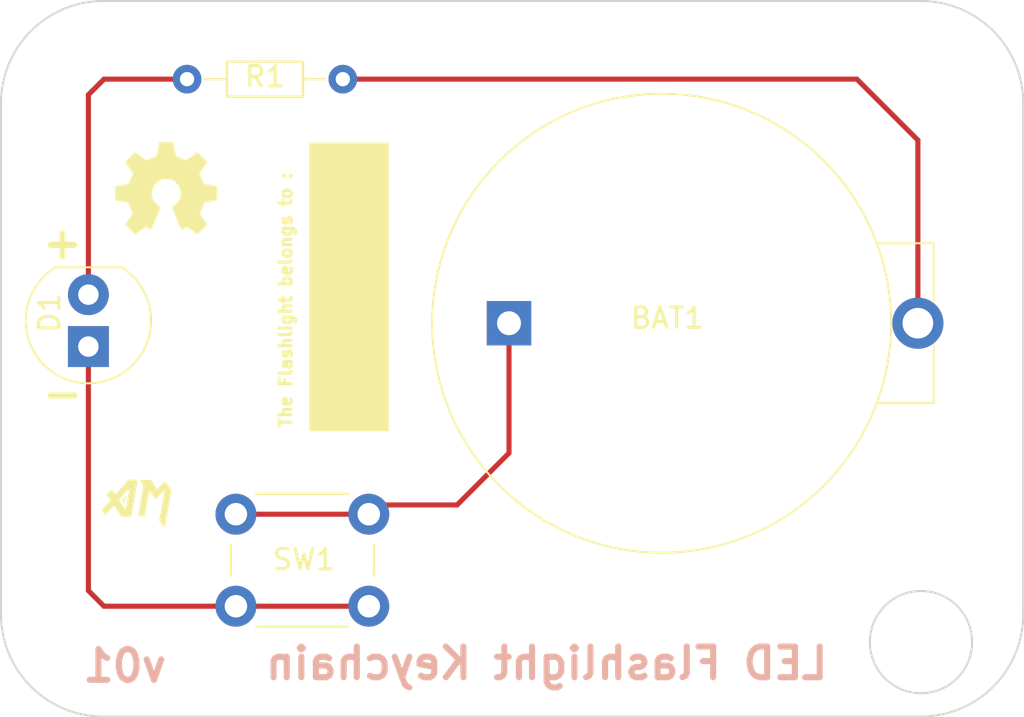
<source format=kicad_pcb>
(kicad_pcb (version 4) (host pcbnew 4.0.7)

  (general
    (links 6)
    (no_connects 0)
    (area 122.930399 90.361899 173.030401 125.461901)
    (thickness 1.6)
    (drawings 14)
    (tracks 15)
    (zones 0)
    (modules 7)
    (nets 5)
  )

  (page A4)
  (layers
    (0 F.Cu signal)
    (31 B.Cu signal)
    (32 B.Adhes user)
    (33 F.Adhes user)
    (34 B.Paste user)
    (35 F.Paste user)
    (36 B.SilkS user)
    (37 F.SilkS user)
    (38 B.Mask user)
    (39 F.Mask user)
    (40 Dwgs.User user)
    (41 Cmts.User user)
    (42 Eco1.User user)
    (43 Eco2.User user)
    (44 Edge.Cuts user)
    (45 Margin user)
    (46 B.CrtYd user)
    (47 F.CrtYd user)
    (48 B.Fab user)
    (49 F.Fab user)
  )

  (setup
    (last_trace_width 0.25)
    (trace_clearance 0.2)
    (zone_clearance 0.508)
    (zone_45_only no)
    (trace_min 0.2)
    (segment_width 0.2)
    (edge_width 0.15)
    (via_size 0.6)
    (via_drill 0.4)
    (via_min_size 0.4)
    (via_min_drill 0.3)
    (uvia_size 0.3)
    (uvia_drill 0.1)
    (uvias_allowed no)
    (uvia_min_size 0.2)
    (uvia_min_drill 0.1)
    (pcb_text_width 0.3)
    (pcb_text_size 1.5 1.5)
    (mod_edge_width 0.15)
    (mod_text_size 1 1)
    (mod_text_width 0.15)
    (pad_size 1.524 1.524)
    (pad_drill 0.762)
    (pad_to_mask_clearance 0.2)
    (aux_axis_origin 0 0)
    (visible_elements 7FFFFFFF)
    (pcbplotparams
      (layerselection 0x010f0_80000001)
      (usegerberextensions false)
      (excludeedgelayer true)
      (linewidth 0.100000)
      (plotframeref false)
      (viasonmask false)
      (mode 1)
      (useauxorigin false)
      (hpglpennumber 1)
      (hpglpenspeed 20)
      (hpglpendiameter 15)
      (hpglpenoverlay 2)
      (psnegative false)
      (psa4output false)
      (plotreference true)
      (plotvalue true)
      (plotinvisibletext false)
      (padsonsilk false)
      (subtractmaskfromsilk false)
      (outputformat 1)
      (mirror false)
      (drillshape 0)
      (scaleselection 1)
      (outputdirectory gerbers/))
  )

  (net 0 "")
  (net 1 "Net-(BT1-Pad2)")
  (net 2 "Net-(BT1-Pad1)")
  (net 3 "Net-(D1-Pad2)")
  (net 4 "Net-(D1-Pad1)")

  (net_class Default "This is the default net class."
    (clearance 0.2)
    (trace_width 0.25)
    (via_dia 0.6)
    (via_drill 0.4)
    (uvia_dia 0.3)
    (uvia_drill 0.1)
    (add_net "Net-(BT1-Pad1)")
    (add_net "Net-(BT1-Pad2)")
    (add_net "Net-(D1-Pad1)")
    (add_net "Net-(D1-Pad2)")
  )

  (module battery:Battery_Holder_Coin_2032_BS-7-edited (layer F.Cu) (tedit 5E5B6587) (tstamp 5E5B64E2)
    (at 147.828 106.172)
    (descr http://www.memoryprotectiondevices.com/datasheets/BS-7-datasheet.pdf)
    (path /5E5B4A54)
    (fp_text reference BAT1 (at 7.747 -0.254) (layer F.SilkS)
      (effects (font (size 1 1) (thickness 0.15)))
    )
    (fp_text value "Battery_Cell - CR2032" (at 7.4676 13.56) (layer F.Fab)
      (effects (font (size 1 1) (thickness 0.15)))
    )
    (fp_line (start -3.9624 11.43) (end 21.5138 11.43) (layer F.CrtYd) (width 0.05))
    (fp_line (start -3.9624 -11.43) (end 21.5138 -11.43) (layer F.CrtYd) (width 0.05))
    (fp_line (start 21.5138 -11.43) (end 21.5138 11.43) (layer F.CrtYd) (width 0.05))
    (fp_line (start -3.9624 -11.43) (end -3.9624 11.43) (layer F.CrtYd) (width 0.05))
    (fp_line (start 20.7772 3.9116) (end 20.7772 1.0668) (layer F.SilkS) (width 0.1))
    (fp_line (start 20.7772 -3.9116) (end 20.7772 -1.0668) (layer F.SilkS) (width 0.1))
    (fp_line (start 18.034 3.9116) (end 20.7772 3.9116) (layer F.SilkS) (width 0.1))
    (fp_line (start 18.034 -3.9116) (end 20.7772 -3.9116) (layer F.SilkS) (width 0.1))
    (fp_line (start 20.6756 -3.81) (end 20.6756 3.81) (layer F.Fab) (width 0.1))
    (fp_line (start 17.9832 3.81) (end 20.6756 3.81) (layer F.Fab) (width 0.1))
    (fp_line (start 17.9832 -3.81) (end 20.6756 -3.81) (layer F.Fab) (width 0.1))
    (fp_text user %R (at 7.4676 0) (layer F.Fab)
      (effects (font (size 1 1) (thickness 0.15)))
    )
    (fp_circle (center 7.4676 0) (end -3.7592 0) (layer F.SilkS) (width 0.1))
    (fp_circle (center 7.4676 0) (end -3.7084 0) (layer F.Fab) (width 0.1))
    (pad 2 thru_hole rect (at 0 0) (size 2.17 2.17) (drill 1.17) (layers *.Cu *.Mask)
      (net 1 "Net-(BT1-Pad2)"))
    (pad 1 thru_hole circle (at 20 0) (size 2.5 2.5) (drill 1.5) (layers *.Cu *.Mask)
      (net 2 "Net-(BT1-Pad1)"))
  )

  (module digikey-footprints:LED_5mm_Radial (layer F.Cu) (tedit 5E5B6594) (tstamp 5E5B64E8)
    (at 127.254 104.775 90)
    (descr http://optoelectronics.liteon.com/upload/download/DS20-2000-343/1CHKxKNN.pdf)
    (path /5E5B4995)
    (fp_text reference D1 (at -0.889 -1.905 90) (layer F.SilkS)
      (effects (font (size 1 1) (thickness 0.15)))
    )
    (fp_text value LED (at 0 5.08 90) (layer F.Fab)
      (effects (font (size 1 1) (thickness 0.15)))
    )
    (fp_line (start 1.34 1.6) (end 1.34 -1.61) (layer F.SilkS) (width 0.1))
    (fp_arc (start -1.27 0) (end 1.34 -1.61) (angle -296.7237964) (layer F.SilkS) (width 0.1))
    (fp_line (start -4.22 -0.01) (end -4.22 -0.01) (layer F.Fab) (width 0.1))
    (fp_line (start 1.23 -1.58) (end 1.23 1.58) (layer F.Fab) (width 0.1))
    (fp_arc (start -1.27 0) (end 1.23 -1.58) (angle -295.414233) (layer F.Fab) (width 0.1))
    (fp_circle (center -1.27 0) (end -4.57 0) (layer F.CrtYd) (width 0.05))
    (fp_text user %R (at -1.26 0.01 90) (layer F.Fab)
      (effects (font (size 1 1) (thickness 0.15)))
    )
    (pad 2 thru_hole circle (at 0 0 90) (size 2 2) (drill 1) (layers *.Cu *.Mask)
      (net 3 "Net-(D1-Pad2)"))
    (pad 1 thru_hole rect (at -2.54 0 90) (size 2 2) (drill 1) (layers *.Cu *.Mask)
      (net 4 "Net-(D1-Pad1)"))
  )

  (module Resistors_THT:R_Axial_DIN0204_L3.6mm_D1.6mm_P7.62mm_Horizontal (layer F.Cu) (tedit 5E5B658B) (tstamp 5E5B64EE)
    (at 132.08 94.234)
    (descr "Resistor, Axial_DIN0204 series, Axial, Horizontal, pin pitch=7.62mm, 0.16666666666666666W = 1/6W, length*diameter=3.6*1.6mm^2, http://cdn-reichelt.de/documents/datenblatt/B400/1_4W%23YAG.pdf")
    (tags "Resistor Axial_DIN0204 series Axial Horizontal pin pitch 7.62mm 0.16666666666666666W = 1/6W length 3.6mm diameter 1.6mm")
    (path /5E5B49F3)
    (fp_text reference R1 (at 3.81 -0.127) (layer F.SilkS)
      (effects (font (size 1 1) (thickness 0.15)))
    )
    (fp_text value 10 (at 3.81 1.86) (layer F.Fab)
      (effects (font (size 1 1) (thickness 0.15)))
    )
    (fp_line (start 2.01 -0.8) (end 2.01 0.8) (layer F.Fab) (width 0.1))
    (fp_line (start 2.01 0.8) (end 5.61 0.8) (layer F.Fab) (width 0.1))
    (fp_line (start 5.61 0.8) (end 5.61 -0.8) (layer F.Fab) (width 0.1))
    (fp_line (start 5.61 -0.8) (end 2.01 -0.8) (layer F.Fab) (width 0.1))
    (fp_line (start 0 0) (end 2.01 0) (layer F.Fab) (width 0.1))
    (fp_line (start 7.62 0) (end 5.61 0) (layer F.Fab) (width 0.1))
    (fp_line (start 1.95 -0.86) (end 1.95 0.86) (layer F.SilkS) (width 0.12))
    (fp_line (start 1.95 0.86) (end 5.67 0.86) (layer F.SilkS) (width 0.12))
    (fp_line (start 5.67 0.86) (end 5.67 -0.86) (layer F.SilkS) (width 0.12))
    (fp_line (start 5.67 -0.86) (end 1.95 -0.86) (layer F.SilkS) (width 0.12))
    (fp_line (start 0.88 0) (end 1.95 0) (layer F.SilkS) (width 0.12))
    (fp_line (start 6.74 0) (end 5.67 0) (layer F.SilkS) (width 0.12))
    (fp_line (start -0.95 -1.15) (end -0.95 1.15) (layer F.CrtYd) (width 0.05))
    (fp_line (start -0.95 1.15) (end 8.6 1.15) (layer F.CrtYd) (width 0.05))
    (fp_line (start 8.6 1.15) (end 8.6 -1.15) (layer F.CrtYd) (width 0.05))
    (fp_line (start 8.6 -1.15) (end -0.95 -1.15) (layer F.CrtYd) (width 0.05))
    (pad 1 thru_hole circle (at 0 0) (size 1.4 1.4) (drill 0.7) (layers *.Cu *.Mask)
      (net 3 "Net-(D1-Pad2)"))
    (pad 2 thru_hole oval (at 7.62 0) (size 1.4 1.4) (drill 0.7) (layers *.Cu *.Mask)
      (net 2 "Net-(BT1-Pad1)"))
    (model ${KISYS3DMOD}/Resistors_THT.3dshapes/R_Axial_DIN0204_L3.6mm_D1.6mm_P7.62mm_Horizontal.wrl
      (at (xyz 0 0 0))
      (scale (xyz 0.393701 0.393701 0.393701))
      (rotate (xyz 0 0 0))
    )
  )

  (module Buttons_Switches_THT:SW_PUSH_6mm (layer F.Cu) (tedit 5E5B656B) (tstamp 5E5B64F6)
    (at 140.97 120.015 180)
    (descr https://www.omron.com/ecb/products/pdf/en-b3f.pdf)
    (tags "tact sw push 6mm")
    (path /5E5B4AB9)
    (fp_text reference SW1 (at 3.175 2.286 180) (layer F.SilkS)
      (effects (font (size 1 1) (thickness 0.15)))
    )
    (fp_text value SW_Push (at 3.75 6.7 180) (layer F.Fab)
      (effects (font (size 1 1) (thickness 0.15)))
    )
    (fp_text user %R (at 3.25 2.25 180) (layer F.Fab)
      (effects (font (size 1 1) (thickness 0.15)))
    )
    (fp_line (start 3.25 -0.75) (end 6.25 -0.75) (layer F.Fab) (width 0.1))
    (fp_line (start 6.25 -0.75) (end 6.25 5.25) (layer F.Fab) (width 0.1))
    (fp_line (start 6.25 5.25) (end 0.25 5.25) (layer F.Fab) (width 0.1))
    (fp_line (start 0.25 5.25) (end 0.25 -0.75) (layer F.Fab) (width 0.1))
    (fp_line (start 0.25 -0.75) (end 3.25 -0.75) (layer F.Fab) (width 0.1))
    (fp_line (start 7.75 6) (end 8 6) (layer F.CrtYd) (width 0.05))
    (fp_line (start 8 6) (end 8 5.75) (layer F.CrtYd) (width 0.05))
    (fp_line (start 7.75 -1.5) (end 8 -1.5) (layer F.CrtYd) (width 0.05))
    (fp_line (start 8 -1.5) (end 8 -1.25) (layer F.CrtYd) (width 0.05))
    (fp_line (start -1.5 -1.25) (end -1.5 -1.5) (layer F.CrtYd) (width 0.05))
    (fp_line (start -1.5 -1.5) (end -1.25 -1.5) (layer F.CrtYd) (width 0.05))
    (fp_line (start -1.5 5.75) (end -1.5 6) (layer F.CrtYd) (width 0.05))
    (fp_line (start -1.5 6) (end -1.25 6) (layer F.CrtYd) (width 0.05))
    (fp_line (start -1.25 -1.5) (end 7.75 -1.5) (layer F.CrtYd) (width 0.05))
    (fp_line (start -1.5 5.75) (end -1.5 -1.25) (layer F.CrtYd) (width 0.05))
    (fp_line (start 7.75 6) (end -1.25 6) (layer F.CrtYd) (width 0.05))
    (fp_line (start 8 -1.25) (end 8 5.75) (layer F.CrtYd) (width 0.05))
    (fp_line (start 1 5.5) (end 5.5 5.5) (layer F.SilkS) (width 0.12))
    (fp_line (start -0.25 1.5) (end -0.25 3) (layer F.SilkS) (width 0.12))
    (fp_line (start 5.5 -1) (end 1 -1) (layer F.SilkS) (width 0.12))
    (fp_line (start 6.75 3) (end 6.75 1.5) (layer F.SilkS) (width 0.12))
    (fp_circle (center 3.25 2.25) (end 1.25 2.5) (layer F.Fab) (width 0.1))
    (pad 2 thru_hole circle (at 0 4.5 270) (size 2 2) (drill 1.1) (layers *.Cu *.Mask)
      (net 1 "Net-(BT1-Pad2)"))
    (pad 1 thru_hole circle (at 0 0 270) (size 2 2) (drill 1.1) (layers *.Cu *.Mask)
      (net 4 "Net-(D1-Pad1)"))
    (pad 2 thru_hole circle (at 6.5 4.5 270) (size 2 2) (drill 1.1) (layers *.Cu *.Mask)
      (net 1 "Net-(BT1-Pad2)"))
    (pad 1 thru_hole circle (at 6.5 0 270) (size 2 2) (drill 1.1) (layers *.Cu *.Mask)
      (net 4 "Net-(D1-Pad1)"))
    (model ${KISYS3DMOD}/Buttons_Switches_THT.3dshapes/SW_PUSH_6mm.wrl
      (at (xyz 0.005 0 0))
      (scale (xyz 0.3937 0.3937 0.3937))
      (rotate (xyz 0 0 0))
    )
  )

  (module "custom logos:osh logo --" (layer F.Cu) (tedit 0) (tstamp 5E5B65D0)
    (at 131.064 99.568)
    (fp_text reference G*** (at 0 0) (layer F.SilkS) hide
      (effects (font (thickness 0.3)))
    )
    (fp_text value LOGO (at 0.75 0) (layer F.SilkS) hide
      (effects (font (thickness 0.3)))
    )
    (fp_poly (pts (xy 0.33297 -2.237971) (xy 0.343664 -2.220743) (xy 0.345662 -2.208761) (xy 0.347704 -2.192833)
      (xy 0.352454 -2.174947) (xy 0.353619 -2.1717) (xy 0.358722 -2.154883) (xy 0.36342 -2.133798)
      (xy 0.365562 -2.1209) (xy 0.374186 -2.064972) (xy 0.384273 -2.010382) (xy 0.388247 -1.99136)
      (xy 0.39289 -1.968425) (xy 0.397821 -1.941725) (xy 0.401451 -1.92024) (xy 0.405334 -1.89697)
      (xy 0.410302 -1.868858) (xy 0.415443 -1.841025) (xy 0.416809 -1.83388) (xy 0.421774 -1.807545)
      (xy 0.426787 -1.779945) (xy 0.43097 -1.755949) (xy 0.431951 -1.75006) (xy 0.438467 -1.712616)
      (xy 0.446584 -1.669538) (xy 0.455498 -1.625064) (xy 0.458407 -1.611132) (xy 0.466989 -1.584175)
      (xy 0.480462 -1.56464) (xy 0.499558 -1.550773) (xy 0.515392 -1.543386) (xy 0.535459 -1.535481)
      (xy 0.556634 -1.528123) (xy 0.575794 -1.522375) (xy 0.589813 -1.519299) (xy 0.59279 -1.519052)
      (xy 0.60282 -1.517185) (xy 0.606598 -1.514587) (xy 0.612568 -1.510921) (xy 0.625325 -1.505827)
      (xy 0.638648 -1.501475) (xy 0.66837 -1.491498) (xy 0.704489 -1.47765) (xy 0.744531 -1.461016)
      (xy 0.786024 -1.442679) (xy 0.826493 -1.423723) (xy 0.863465 -1.405232) (xy 0.886343 -1.392922)
      (xy 0.906287 -1.383401) (xy 0.926949 -1.376098) (xy 0.940686 -1.373089) (xy 0.956905 -1.372132)
      (xy 0.968236 -1.374952) (xy 0.979649 -1.382861) (xy 0.980563 -1.383624) (xy 0.991552 -1.392052)
      (xy 0.99949 -1.39669) (xy 1.000786 -1.397) (xy 1.007758 -1.40015) (xy 1.011827 -1.403479)
      (xy 1.01859 -1.408822) (xy 1.031812 -1.41837) (xy 1.04949 -1.430701) (xy 1.0668 -1.442495)
      (xy 1.09193 -1.459465) (xy 1.121194 -1.479271) (xy 1.150331 -1.499026) (xy 1.16788 -1.510946)
      (xy 1.189718 -1.5256) (xy 1.21001 -1.538869) (xy 1.226477 -1.549284) (xy 1.236764 -1.555335)
      (xy 1.249677 -1.563399) (xy 1.259131 -1.571421) (xy 1.259495 -1.571845) (xy 1.267115 -1.578469)
      (xy 1.271037 -1.57988) (xy 1.277518 -1.582788) (xy 1.288839 -1.590237) (xy 1.297085 -1.59639)
      (xy 1.310833 -1.606861) (xy 1.322363 -1.615219) (xy 1.326499 -1.61798) (xy 1.337504 -1.62513)
      (xy 1.35225 -1.635171) (xy 1.368392 -1.646446) (xy 1.383584 -1.657294) (xy 1.39548 -1.666056)
      (xy 1.401734 -1.671073) (xy 1.40208 -1.67145) (xy 1.407542 -1.675877) (xy 1.41878 -1.683497)
      (xy 1.42748 -1.689008) (xy 1.445648 -1.701085) (xy 1.465067 -1.715232) (xy 1.47249 -1.721047)
      (xy 1.492243 -1.734174) (xy 1.511965 -1.740417) (xy 1.518349 -1.741238) (xy 1.542058 -1.743516)
      (xy 1.640979 -1.646432) (xy 1.667131 -1.620747) (xy 1.690934 -1.597337) (xy 1.711415 -1.577159)
      (xy 1.727601 -1.561174) (xy 1.73852 -1.55034) (xy 1.7432 -1.545617) (xy 1.743247 -1.545564)
      (xy 1.747529 -1.541122) (xy 1.758041 -1.530363) (xy 1.773882 -1.514207) (xy 1.79415 -1.493571)
      (xy 1.817942 -1.469376) (xy 1.844357 -1.44254) (xy 1.855007 -1.431727) (xy 1.890621 -1.395561)
      (xy 1.919754 -1.365906) (xy 1.943058 -1.342036) (xy 1.961182 -1.323225) (xy 1.974778 -1.308747)
      (xy 1.984497 -1.297875) (xy 1.990989 -1.289885) (xy 1.994905 -1.28405) (xy 1.996897 -1.279645)
      (xy 1.997615 -1.275943) (xy 1.99771 -1.272568) (xy 1.994684 -1.261271) (xy 1.987051 -1.246998)
      (xy 1.982864 -1.241053) (xy 1.972635 -1.22699) (xy 1.959729 -1.208213) (xy 1.946832 -1.188635)
      (xy 1.946072 -1.187451) (xy 1.935306 -1.171444) (xy 1.92623 -1.159428) (xy 1.920434 -1.153465)
      (xy 1.919643 -1.153161) (xy 1.915962 -1.148914) (xy 1.91516 -1.1433) (xy 1.912964 -1.133669)
      (xy 1.910364 -1.130476) (xy 1.905504 -1.125144) (xy 1.896664 -1.113467) (xy 1.885443 -1.097593)
      (xy 1.88082 -1.090807) (xy 1.864016 -1.065983) (xy 1.844223 -1.036898) (xy 1.822962 -1.005772)
      (xy 1.801751 -0.974823) (xy 1.782111 -0.94627) (xy 1.765562 -0.922333) (xy 1.756498 -0.90932)
      (xy 1.74405 -0.891367) (xy 1.728876 -0.869227) (xy 1.713894 -0.847163) (xy 1.711276 -0.84328)
      (xy 1.698669 -0.82491) (xy 1.68717 -0.808767) (xy 1.678667 -0.79748) (xy 1.676621 -0.79502)
      (xy 1.666635 -0.781515) (xy 1.655691 -0.763299) (xy 1.645233 -0.743251) (xy 1.636705 -0.724251)
      (xy 1.631552 -0.709178) (xy 1.630679 -0.703445) (xy 1.632956 -0.693073) (xy 1.639107 -0.67635)
      (xy 1.648117 -0.655828) (xy 1.65608 -0.639598) (xy 1.666404 -0.619019) (xy 1.674709 -0.601554)
      (xy 1.680027 -0.589297) (xy 1.68148 -0.584635) (xy 1.684772 -0.577267) (xy 1.69151 -0.56909)
      (xy 1.700487 -0.556237) (xy 1.704985 -0.54496) (xy 1.71088 -0.530029) (xy 1.717814 -0.518745)
      (xy 1.724626 -0.507531) (xy 1.7272 -0.498917) (xy 1.729267 -0.490583) (xy 1.734673 -0.476328)
      (xy 1.741792 -0.460232) (xy 1.763173 -0.412018) (xy 1.778714 -0.370619) (xy 1.783381 -0.3556)
      (xy 1.787884 -0.340855) (xy 1.791631 -0.330112) (xy 1.79271 -0.32766) (xy 1.795783 -0.320481)
      (xy 1.801035 -0.306863) (xy 1.806474 -0.2921) (xy 1.816245 -0.264967) (xy 1.82352 -0.245689)
      (xy 1.829494 -0.232655) (xy 1.835364 -0.224253) (xy 1.842325 -0.218874) (xy 1.851573 -0.214907)
      (xy 1.864302 -0.21074) (xy 1.86768 -0.20964) (xy 1.879105 -0.206206) (xy 1.893623 -0.202488)
      (xy 1.91214 -0.198309) (xy 1.935559 -0.193494) (xy 1.964786 -0.187867) (xy 2.000725 -0.181251)
      (xy 2.044282 -0.173472) (xy 2.09636 -0.164352) (xy 2.13614 -0.157462) (xy 2.155577 -0.154172)
      (xy 2.178912 -0.150314) (xy 2.19456 -0.147774) (xy 2.215078 -0.144199) (xy 2.240924 -0.139302)
      (xy 2.267507 -0.133963) (xy 2.27584 -0.132215) (xy 2.30163 -0.126959) (xy 2.328234 -0.121905)
      (xy 2.351063 -0.117914) (xy 2.35712 -0.116957) (xy 2.378232 -0.113469) (xy 2.398631 -0.10963)
      (xy 2.41046 -0.107066) (xy 2.428284 -0.102828) (xy 2.448946 -0.097985) (xy 2.45618 -0.096306)
      (xy 2.46465 -0.094563) (xy 2.471933 -0.093053) (xy 2.478117 -0.091044) (xy 2.483292 -0.087809)
      (xy 2.487547 -0.082616) (xy 2.490973 -0.074735) (xy 2.493658 -0.063438) (xy 2.495693 -0.047995)
      (xy 2.497166 -0.027674) (xy 2.498168 -0.001748) (xy 2.498789 0.030515) (xy 2.499117 0.069844)
      (xy 2.499242 0.116968) (xy 2.499254 0.172618) (xy 2.499243 0.237524) (xy 2.499247 0.254482)
      (xy 2.499255 0.319938) (xy 2.499219 0.375983) (xy 2.499118 0.423365) (xy 2.498932 0.462832)
      (xy 2.498641 0.495133) (xy 2.498226 0.521016) (xy 2.497667 0.541231) (xy 2.496943 0.556524)
      (xy 2.496036 0.567645) (xy 2.494924 0.575343) (xy 2.493588 0.580365) (xy 2.492009 0.58346)
      (xy 2.49047 0.585127) (xy 2.477985 0.591542) (xy 2.455538 0.598071) (xy 2.423326 0.604666)
      (xy 2.381544 0.611284) (xy 2.37236 0.612565) (xy 2.348159 0.616128) (xy 2.324924 0.619982)
      (xy 2.306451 0.623482) (xy 2.30124 0.62464) (xy 2.268303 0.632016) (xy 2.229351 0.639921)
      (xy 2.188441 0.64756) (xy 2.159 0.652618) (xy 2.119445 0.659553) (xy 2.073857 0.668258)
      (xy 2.026043 0.677975) (xy 1.97981 0.687945) (xy 1.965714 0.691124) (xy 1.943161 0.695748)
      (xy 1.92184 0.699222) (xy 1.905545 0.70095) (xy 1.902487 0.70104) (xy 1.877615 0.705565)
      (xy 1.857037 0.719179) (xy 1.840702 0.741941) (xy 1.82856 0.773907) (xy 1.82473 0.78994)
      (xy 1.820362 0.806756) (xy 1.812521 0.832077) (xy 1.801518 0.864979) (xy 1.787665 0.904536)
      (xy 1.771273 0.949826) (xy 1.766414 0.963021) (xy 1.759507 0.979898) (xy 1.750451 0.999791)
      (xy 1.745525 1.009843) (xy 1.738264 1.025217) (xy 1.73342 1.037471) (xy 1.732202 1.042501)
      (xy 1.729993 1.049125) (xy 1.724094 1.062683) (xy 1.715505 1.081096) (xy 1.705227 1.102287)
      (xy 1.694263 1.124177) (xy 1.683613 1.144688) (xy 1.677663 1.1557) (xy 1.668271 1.173815)
      (xy 1.65925 1.193037) (xy 1.651778 1.210636) (xy 1.647034 1.22388) (xy 1.645969 1.229087)
      (xy 1.648663 1.240633) (xy 1.655621 1.257496) (xy 1.665309 1.276651) (xy 1.676193 1.295073)
      (xy 1.686737 1.309736) (xy 1.68711 1.310178) (xy 1.696618 1.322294) (xy 1.70968 1.340184)
      (xy 1.724908 1.361805) (xy 1.740911 1.385113) (xy 1.756302 1.408065) (xy 1.76969 1.428617)
      (xy 1.779686 1.444726) (xy 1.784481 1.453404) (xy 1.791543 1.465209) (xy 1.802262 1.479873)
      (xy 1.807629 1.486424) (xy 1.816059 1.496975) (xy 1.827885 1.512685) (xy 1.841906 1.531857)
      (xy 1.856923 1.552792) (xy 1.871734 1.573789) (xy 1.885141 1.593149) (xy 1.895943 1.609175)
      (xy 1.90294 1.620166) (xy 1.905 1.624282) (xy 1.907817 1.629716) (xy 1.914932 1.64007)
      (xy 1.918937 1.64544) (xy 1.927548 1.65731) (xy 1.939861 1.675032) (xy 1.95404 1.695938)
      (xy 1.964657 1.711891) (xy 1.97982 1.735201) (xy 1.990099 1.753327) (xy 1.995146 1.768122)
      (xy 1.994615 1.781437) (xy 1.98816 1.795128) (xy 1.975435 1.811046) (xy 1.956093 1.831045)
      (xy 1.93929 1.847621) (xy 1.914203 1.872437) (xy 1.886552 1.900034) (xy 1.85947 1.927272)
      (xy 1.836087 1.951011) (xy 1.833228 1.953937) (xy 1.812824 1.97467) (xy 1.787552 2.000079)
      (xy 1.759824 2.027754) (xy 1.732054 2.055284) (xy 1.713848 2.073212) (xy 1.688967 2.097778)
      (xy 1.663852 2.122839) (xy 1.640471 2.146413) (xy 1.620791 2.16652) (xy 1.60876 2.179066)
      (xy 1.582059 2.206693) (xy 1.560741 2.226952) (xy 1.543842 2.24041) (xy 1.5304 2.247634)
      (xy 1.519452 2.249191) (xy 1.510036 2.245649) (xy 1.50412 2.24072) (xy 1.495501 2.23312)
      (xy 1.490171 2.23012) (xy 1.484702 2.227276) (xy 1.473641 2.219835) (xy 1.459909 2.2098)
      (xy 1.445955 2.199493) (xy 1.435477 2.192181) (xy 1.430816 2.18948) (xy 1.429588 2.189111)
      (xy 1.426847 2.187614) (xy 1.421716 2.184402) (xy 1.413319 2.178889) (xy 1.40078 2.170489)
      (xy 1.383224 2.158615) (xy 1.359773 2.142681) (xy 1.329552 2.122101) (xy 1.29794 2.100552)
      (xy 1.271971 2.082849) (xy 1.246741 2.065654) (xy 1.22439 2.050424) (xy 1.207055 2.038618)
      (xy 1.20015 2.033917) (xy 1.186319 2.023838) (xy 1.176679 2.015533) (xy 1.17348 2.011186)
      (xy 1.169567 2.006766) (xy 1.168146 2.0066) (xy 1.162002 2.003911) (xy 1.149597 1.996748)
      (xy 1.132996 1.98646) (xy 1.114261 1.974401) (xy 1.095455 1.961922) (xy 1.078642 1.950374)
      (xy 1.065884 1.94111) (xy 1.059244 1.93548) (xy 1.058892 1.935015) (xy 1.051546 1.928781)
      (xy 1.037955 1.921082) (xy 1.021567 1.913501) (xy 1.00583 1.907619) (xy 0.994191 1.905019)
      (xy 0.993481 1.905) (xy 0.984683 1.906012) (xy 0.973349 1.909389) (xy 0.958439 1.91564)
      (xy 0.938909 1.925275) (xy 0.913718 1.938804) (xy 0.881825 1.956736) (xy 0.84836 1.976)
      (xy 0.831599 1.985033) (xy 0.811384 1.994934) (xy 0.790151 2.004631) (xy 0.770334 2.013054)
      (xy 0.754371 2.019133) (xy 0.744695 2.021799) (xy 0.744016 2.02184) (xy 0.732746 2.01918)
      (xy 0.727686 2.01549) (xy 0.723976 2.008639) (xy 0.717314 1.994272) (xy 0.708514 1.974311)
      (xy 0.698393 1.950673) (xy 0.687765 1.925281) (xy 0.677446 1.900053) (xy 0.668251 1.876909)
      (xy 0.6629 1.862924) (xy 0.656894 1.84849) (xy 0.651593 1.838458) (xy 0.649486 1.835954)
      (xy 0.645557 1.829098) (xy 0.64516 1.825681) (xy 0.643132 1.816827) (xy 0.637927 1.802162)
      (xy 0.630863 1.784984) (xy 0.623258 1.768593) (xy 0.619501 1.761429) (xy 0.614946 1.751394)
      (xy 0.609111 1.736216) (xy 0.606376 1.728409) (xy 0.598927 1.708009) (xy 0.59038 1.686775)
      (xy 0.588085 1.68148) (xy 0.580173 1.6634) (xy 0.572597 1.645695) (xy 0.570565 1.64084)
      (xy 0.564395 1.626108) (xy 0.559163 1.613846) (xy 0.558751 1.6129) (xy 0.550494 1.59352)
      (xy 0.541976 1.572722) (xy 0.53411 1.552836) (xy 0.527805 1.536192) (xy 0.523974 1.525122)
      (xy 0.523239 1.52207) (xy 0.521192 1.515476) (xy 0.515797 1.502447) (xy 0.508174 1.485673)
      (xy 0.507323 1.483874) (xy 0.500493 1.469424) (xy 0.49497 1.457464) (xy 0.489802 1.445772)
      (xy 0.484041 1.432128) (xy 0.476737 1.41431) (xy 0.466938 1.3901) (xy 0.462548 1.37922)
      (xy 0.453392 1.356565) (xy 0.444194 1.333871) (xy 0.436723 1.315507) (xy 0.435772 1.31318)
      (xy 0.428821 1.296063) (xy 0.422717 1.280853) (xy 0.420437 1.27508) (xy 0.416662 1.265801)
      (xy 0.411327 1.253479) (xy 0.403683 1.236438) (xy 0.392984 1.213005) (xy 0.38364 1.192695)
      (xy 0.37585 1.17389) (xy 0.369758 1.155764) (xy 0.367342 1.145705) (xy 0.364332 1.133906)
      (xy 0.360665 1.127938) (xy 0.360015 1.12776) (xy 0.355905 1.123735) (xy 0.355595 1.12141)
      (xy 0.353534 1.113878) (xy 0.348127 1.100175) (xy 0.340535 1.083234) (xy 0.340355 1.082853)
      (xy 0.332718 1.065769) (xy 0.327251 1.051745) (xy 0.32512 1.043775) (xy 0.32512 1.043711)
      (xy 0.323126 1.035809) (xy 0.317901 1.02178) (xy 0.310635 1.004798) (xy 0.298228 0.977237)
      (xy 0.289514 0.957387) (xy 0.283892 0.943751) (xy 0.280757 0.934832) (xy 0.279507 0.929133)
      (xy 0.2794 0.927252) (xy 0.283488 0.920682) (xy 0.293817 0.912335) (xy 0.29972 0.908709)
      (xy 0.311828 0.901201) (xy 0.319099 0.895334) (xy 0.32004 0.893741) (xy 0.324019 0.889537)
      (xy 0.334588 0.881522) (xy 0.349691 0.871224) (xy 0.35433 0.868219) (xy 0.372626 0.856267)
      (xy 0.389253 0.845012) (xy 0.400963 0.836658) (xy 0.40199 0.835872) (xy 0.415293 0.825588)
      (xy 0.430174 0.814129) (xy 0.431905 0.8128) (xy 0.442478 0.804131) (xy 0.457296 0.791298)
      (xy 0.474205 0.77625) (xy 0.491052 0.760933) (xy 0.505684 0.747297) (xy 0.515948 0.737288)
      (xy 0.518931 0.73406) (xy 0.542688 0.704698) (xy 0.564114 0.676957) (xy 0.582363 0.652037)
      (xy 0.596588 0.631133) (xy 0.605943 0.615445) (xy 0.609581 0.60617) (xy 0.609599 0.605764)
      (xy 0.612335 0.599403) (xy 0.619285 0.58812) (xy 0.623927 0.58139) (xy 0.632247 0.567143)
      (xy 0.642505 0.545687) (xy 0.653666 0.519528) (xy 0.664697 0.491173) (xy 0.674564 0.46313)
      (xy 0.680379 0.4445) (xy 0.689687 0.40512) (xy 0.696866 0.35977) (xy 0.70178 0.311072)
      (xy 0.704295 0.261647) (xy 0.704278 0.214116) (xy 0.701594 0.171101) (xy 0.696192 0.135605)
      (xy 0.685582 0.090666) (xy 0.674005 0.048) (xy 0.661919 0.0089) (xy 0.649781 -0.025344)
      (xy 0.638049 -0.05344) (xy 0.627179 -0.074096) (xy 0.617755 -0.085916) (xy 0.611007 -0.094606)
      (xy 0.6096 -0.099706) (xy 0.606714 -0.107198) (xy 0.598932 -0.120759) (xy 0.587571 -0.138417)
      (xy 0.573943 -0.158199) (xy 0.559363 -0.178133) (xy 0.545694 -0.19558) (xy 0.516582 -0.228618)
      (xy 0.484833 -0.260332) (xy 0.453751 -0.287486) (xy 0.444511 -0.294665) (xy 0.427537 -0.30765)
      (xy 0.412109 -0.319903) (xy 0.401518 -0.328809) (xy 0.401383 -0.32893) (xy 0.390867 -0.33681)
      (xy 0.382613 -0.340346) (xy 0.382272 -0.34036) (xy 0.374351 -0.343905) (xy 0.367121 -0.350521)
      (xy 0.358567 -0.358194) (xy 0.352696 -0.360681) (xy 0.345676 -0.362931) (xy 0.332453 -0.368868)
      (xy 0.315718 -0.377272) (xy 0.313466 -0.378461) (xy 0.296278 -0.387116) (xy 0.282039 -0.393442)
      (xy 0.27355 -0.396206) (xy 0.273058 -0.396241) (xy 0.265116 -0.398368) (xy 0.250819 -0.403975)
      (xy 0.232849 -0.411896) (xy 0.213887 -0.420967) (xy 0.201998 -0.42709) (xy 0.190288 -0.43066)
      (xy 0.17879 -0.431801) (xy 0.165749 -0.433304) (xy 0.148013 -0.437155) (xy 0.136812 -0.440287)
      (xy 0.1195 -0.443756) (xy 0.094184 -0.446413) (xy 0.06299 -0.448256) (xy 0.028042 -0.449287)
      (xy -0.008538 -0.449504) (xy -0.044623 -0.448909) (xy -0.07809 -0.4475) (xy -0.106815 -0.445279)
      (xy -0.128674 -0.442244) (xy -0.136813 -0.440287) (xy -0.15555 -0.435442) (xy -0.173167 -0.432369)
      (xy -0.180963 -0.4318) (xy -0.193287 -0.430382) (xy -0.200505 -0.426946) (xy -0.20066 -0.42672)
      (xy -0.207801 -0.422505) (xy -0.214023 -0.42164) (xy -0.226115 -0.418166) (xy -0.23174 -0.414147)
      (xy -0.240926 -0.408297) (xy -0.255637 -0.402039) (xy -0.263456 -0.39946) (xy -0.281549 -0.39294)
      (xy -0.302858 -0.383651) (xy -0.317275 -0.376474) (xy -0.333297 -0.368364) (xy -0.346131 -0.362666)
      (xy -0.352647 -0.36068) (xy -0.360025 -0.357159) (xy -0.367122 -0.35052) (xy -0.375961 -0.342825)
      (xy -0.382273 -0.34036) (xy -0.390213 -0.337179) (xy -0.400699 -0.329462) (xy -0.401372 -0.328857)
      (xy -0.411583 -0.320243) (xy -0.426937 -0.308055) (xy -0.444376 -0.294715) (xy -0.447034 -0.292725)
      (xy -0.465074 -0.277942) (xy -0.486361 -0.258503) (xy -0.507578 -0.237506) (xy -0.518154 -0.226266)
      (xy -0.536297 -0.20545) (xy -0.554719 -0.182756) (xy -0.572235 -0.159829) (xy -0.587657 -0.138314)
      (xy -0.599798 -0.119857) (xy -0.607473 -0.106104) (xy -0.6096 -0.09948) (xy -0.613181 -0.090891)
      (xy -0.617756 -0.085916) (xy -0.626764 -0.074494) (xy -0.637202 -0.054778) (xy -0.648485 -0.028433)
      (xy -0.660029 0.002877) (xy -0.671248 0.037487) (xy -0.681558 0.073734) (xy -0.690373 0.109952)
      (xy -0.695517 0.135352) (xy -0.70213 0.187395) (xy -0.704459 0.244875) (xy -0.702666 0.304514)
      (xy -0.696912 0.363035) (xy -0.687356 0.417161) (xy -0.680355 0.4445) (xy -0.673768 0.46515)
      (xy -0.665252 0.489148) (xy -0.655693 0.514285) (xy -0.645979 0.538357) (xy -0.636997 0.559156)
      (xy -0.629633 0.574478) (xy -0.625212 0.58166) (xy -0.618037 0.591768) (xy -0.608881 0.607112)
      (xy -0.602466 0.61907) (xy -0.592518 0.636036) (xy -0.577633 0.658252) (xy -0.559549 0.683308)
      (xy -0.540003 0.708794) (xy -0.521398 0.73152) (xy -0.513208 0.74001) (xy -0.499541 0.753078)
      (xy -0.482634 0.768692) (xy -0.464726 0.784818) (xy -0.448053 0.799425) (xy -0.434855 0.810479)
      (xy -0.431906 0.8128) (xy -0.417297 0.824056) (xy -0.403415 0.834813) (xy -0.401991 0.835922)
      (xy -0.390781 0.84406) (xy -0.374595 0.855108) (xy -0.35814 0.865895) (xy -0.341161 0.877457)
      (xy -0.326415 0.888671) (xy -0.317428 0.896779) (xy -0.30663 0.905738) (xy -0.297108 0.91003)
      (xy -0.288569 0.915539) (xy -0.285951 0.927995) (xy -0.289255 0.947846) (xy -0.29745 0.97282)
      (xy -0.315469 1.020336) (xy -0.330323 1.058652) (xy -0.342179 1.088166) (xy -0.351201 1.109279)
      (xy -0.357552 1.122389) (xy -0.361218 1.12776) (xy -0.364009 1.133949) (xy -0.367173 1.146237)
      (xy -0.368004 1.150448) (xy -0.372799 1.16721) (xy -0.379693 1.181891) (xy -0.380732 1.183468)
      (xy -0.388302 1.196977) (xy -0.39533 1.21367) (xy -0.39634 1.216634) (xy -0.403038 1.234145)
      (xy -0.411846 1.253477) (xy -0.414825 1.259301) (xy -0.42179 1.273801) (xy -0.426072 1.285415)
      (xy -0.42672 1.289022) (xy -0.42907 1.298586) (xy -0.434209 1.309856) (xy -0.438525 1.318906)
      (xy -0.445803 1.335558) (xy -0.455264 1.357969) (xy -0.466127 1.384297) (xy -0.475311 1.406959)
      (xy -0.486671 1.434805) (xy -0.497231 1.459919) (xy -0.506226 1.480542) (xy -0.512891 1.494914)
      (xy -0.516082 1.5008) (xy -0.521716 1.511585) (xy -0.52324 1.518145) (xy -0.52537 1.527094)
      (xy -0.531436 1.543955) (xy -0.540953 1.567494) (xy -0.553435 1.596474) (xy -0.55848 1.60782)
      (xy -0.569511 1.633022) (xy -0.580507 1.65916) (xy -0.590724 1.684345) (xy -0.599417 1.706688)
      (xy -0.605842 1.724301) (xy -0.609253 1.735295) (xy -0.609609 1.737499) (xy -0.61238 1.747507)
      (xy -0.617019 1.755851) (xy -0.622988 1.766512) (xy -0.630334 1.782495) (xy -0.634931 1.793811)
      (xy -0.643496 1.81507) (xy -0.653161 1.83754) (xy -0.657268 1.84658) (xy -0.662521 1.85809)
      (xy -0.668072 1.870865) (xy -0.674578 1.886514) (xy -0.682694 1.906644) (xy -0.693078 1.932863)
      (xy -0.706384 1.966779) (xy -0.70805 1.97104) (xy -0.718158 1.995589) (xy -0.727056 2.011604)
      (xy -0.73669 2.01977) (xy -0.749004 2.020774) (xy -0.765942 2.015302) (xy -0.789449 2.004041)
      (xy -0.794395 2.00152) (xy -0.812631 1.992402) (xy -0.827409 1.985402) (xy -0.836431 1.981591)
      (xy -0.837941 1.9812) (xy -0.843614 1.978724) (xy -0.85597 1.972032) (xy -0.873034 1.962222)
      (xy -0.887959 1.953344) (xy -0.918047 1.93621) (xy -0.946179 1.922072) (xy -0.970572 1.911721)
      (xy -0.989445 1.905945) (xy -0.997119 1.905002) (xy -1.008022 1.907584) (xy -1.02363 1.914101)
      (xy -1.040296 1.922704) (xy -1.054373 1.931541) (xy -1.061365 1.937591) (xy -1.069277 1.944406)
      (xy -1.082773 1.953651) (xy -1.094315 1.960636) (xy -1.110967 1.970755) (xy -1.125675 1.98069)
      (xy -1.132404 1.985901) (xy -1.14626 1.99579) (xy -1.158825 2.002593) (xy -1.168993 2.007965)
      (xy -1.17347 2.012057) (xy -1.17348 2.012178) (xy -1.177454 2.016029) (xy -1.188291 2.024281)
      (xy -1.204372 2.035748) (xy -1.224075 2.049245) (xy -1.22555 2.050237) (xy -1.248673 2.065937)
      (xy -1.271461 2.081709) (xy -1.291054 2.095558) (xy -1.30302 2.104297) (xy -1.316908 2.114292)
      (xy -1.32766 2.121214) (xy -1.332445 2.123418) (xy -1.339523 2.126335) (xy -1.342605 2.12858)
      (xy -1.36478 2.146127) (xy -1.383796 2.159162) (xy -1.397869 2.16649) (xy -1.400383 2.167285)
      (xy -1.409481 2.170892) (xy -1.41224 2.173935) (xy -1.416189 2.178378) (xy -1.426472 2.186284)
      (xy -1.43891 2.194667) (xy -1.457588 2.207178) (xy -1.476449 2.22069) (xy -1.4859 2.227923)
      (xy -1.504934 2.241314) (xy -1.520027 2.247339) (xy -1.533363 2.246741) (xy -1.537264 2.245415)
      (xy -1.544792 2.240238) (xy -1.557538 2.229228) (xy -1.57377 2.213961) (xy -1.591755 2.196013)
      (xy -1.593144 2.194584) (xy -1.611806 2.175524) (xy -1.635538 2.151553) (xy -1.662149 2.124867)
      (xy -1.68945 2.097664) (xy -1.711285 2.076049) (xy -1.737865 2.04973) (xy -1.765962 2.021732)
      (xy -1.793272 1.994364) (xy -1.817489 1.969934) (xy -1.833205 1.953937) (xy -1.855732 1.931043)
      (xy -1.882442 1.904177) (xy -1.91023 1.876446) (xy -1.935992 1.850959) (xy -1.939759 1.847257)
      (xy -1.997378 1.7907) (xy -1.99495 1.768723) (xy -1.988845 1.746695) (xy -1.98005 1.733163)
      (xy -1.969366 1.719856) (xy -1.958229 1.70357) (xy -1.955599 1.69926) (xy -1.945674 1.683591)
      (xy -1.932906 1.664937) (xy -1.924311 1.653078) (xy -1.914285 1.639105) (xy -1.907304 1.628331)
      (xy -1.905 1.623482) (xy -1.904061 1.62077) (xy -1.90073 1.615267) (xy -1.894239 1.605894)
      (xy -1.88382 1.591572) (xy -1.868705 1.571222) (xy -1.850412 1.54681) (xy -1.840125 1.531744)
      (xy -1.829978 1.514882) (xy -1.828858 1.512842) (xy -1.820935 1.500039) (xy -1.813675 1.491241)
      (xy -1.812073 1.489982) (xy -1.806018 1.483535) (xy -1.7974 1.471215) (xy -1.790887 1.4605)
      (xy -1.782426 1.446273) (xy -1.775724 1.435985) (xy -1.772949 1.43256) (xy -1.768222 1.426916)
      (xy -1.759558 1.41485) (xy -1.748413 1.398549) (xy -1.736242 1.380201) (xy -1.724501 1.361995)
      (xy -1.714644 1.346119) (xy -1.709054 1.336495) (xy -1.699377 1.320946) (xy -1.688923 1.307146)
      (xy -1.687034 1.305047) (xy -1.677083 1.29276) (xy -1.666389 1.277096) (xy -1.663618 1.27254)
      (xy -1.656031 1.259189) (xy -1.650971 1.247894) (xy -1.648729 1.237039) (xy -1.649595 1.225008)
      (xy -1.65386 1.210185) (xy -1.661816 1.190953) (xy -1.673754 1.165696) (xy -1.688104 1.136556)
      (xy -1.70198 1.107909) (xy -1.7144 1.081113) (xy -1.724569 1.057972) (xy -1.731694 1.040292)
      (xy -1.734963 1.02997) (xy -1.738133 1.017762) (xy -1.741596 1.011252) (xy -1.74238 1.01092)
      (xy -1.746549 1.006787) (xy -1.753049 0.994178) (xy -1.762011 0.972776) (xy -1.773568 0.942264)
      (xy -1.787853 0.902325) (xy -1.788073 0.9017) (xy -1.797185 0.876236) (xy -1.806104 0.852253)
      (xy -1.813791 0.832485) (xy -1.819118 0.819863) (xy -1.825392 0.801792) (xy -1.828815 0.783139)
      (xy -1.829013 0.779223) (xy -1.833782 0.753183) (xy -1.846343 0.730599) (xy -1.864956 0.713281)
      (xy -1.887882 0.703042) (xy -1.904106 0.70104) (xy -1.920412 0.699752) (xy -1.94196 0.696368)
      (xy -1.964233 0.691603) (xy -1.965349 0.691326) (xy -1.982622 0.687077) (xy -1.999257 0.68322)
      (xy -2.017039 0.679396) (xy -2.037757 0.675247) (xy -2.063195 0.670416) (xy -2.09514 0.664543)
      (xy -2.1336 0.657591) (xy -2.163368 0.652173) (xy -2.193842 0.646522) (xy -2.221463 0.641302)
      (xy -2.242672 0.637181) (xy -2.24282 0.637151) (xy -2.264143 0.632937) (xy -2.283468 0.629181)
      (xy -2.29714 0.626591) (xy -2.2987 0.626307) (xy -2.311265 0.623168) (xy -2.31902 0.619813)
      (xy -2.326272 0.617591) (xy -2.340727 0.615185) (xy -2.35945 0.61307) (xy -2.3622 0.612828)
      (xy -2.390802 0.609655) (xy -2.419521 0.605177) (xy -2.446166 0.599865) (xy -2.468548 0.594192)
      (xy -2.484477 0.588629) (xy -2.49047 0.585179) (xy -2.492271 0.583119) (xy -2.493811 0.579766)
      (xy -2.49511 0.574373) (xy -2.496188 0.566191) (xy -2.497064 0.554471) (xy -2.497759 0.538464)
      (xy -2.498291 0.517422) (xy -2.498682 0.490596) (xy -2.49895 0.457239) (xy -2.499115 0.4166)
      (xy -2.499198 0.367932) (xy -2.499217 0.310486) (xy -2.499199 0.254482) (xy -2.499136 0.187752)
      (xy -2.49901 0.130471) (xy -2.498803 0.081927) (xy -2.498501 0.041409) (xy -2.498087 0.008207)
      (xy -2.497546 -0.018391) (xy -2.496862 -0.039095) (xy -2.496018 -0.054618) (xy -2.495 -0.06567)
      (xy -2.49379 -0.072963) (xy -2.492374 -0.077207) (xy -2.491784 -0.078162) (xy -2.482154 -0.085516)
      (xy -2.464159 -0.092824) (xy -2.437251 -0.100258) (xy -2.400882 -0.107987) (xy -2.39014 -0.110006)
      (xy -2.366258 -0.114403) (xy -2.341962 -0.118883) (xy -2.32233 -0.122512) (xy -2.32156 -0.122654)
      (xy -2.302874 -0.12633) (xy -2.278953 -0.131328) (xy -2.25446 -0.136671) (xy -2.25044 -0.137573)
      (xy -2.223125 -0.143136) (xy -2.192452 -0.148479) (xy -2.164909 -0.152475) (xy -2.16408 -0.152577)
      (xy -2.142105 -0.155595) (xy -2.122234 -0.158922) (xy -2.108006 -0.16195) (xy -2.10566 -0.162615)
      (xy -2.093926 -0.165533) (xy -2.075328 -0.169325) (xy -2.053051 -0.173361) (xy -2.04216 -0.175172)
      (xy -1.985296 -0.184675) (xy -1.938324 -0.193265) (xy -1.901026 -0.200988) (xy -1.873178 -0.207888)
      (xy -1.859995 -0.211969) (xy -1.849152 -0.215766) (xy -1.841168 -0.219418) (xy -1.834973 -0.224528)
      (xy -1.829494 -0.232703) (xy -1.823659 -0.245546) (xy -1.816397 -0.264663) (xy -1.806635 -0.291658)
      (xy -1.806475 -0.2921) (xy -1.800311 -0.308784) (xy -1.795262 -0.321778) (xy -1.792711 -0.32766)
      (xy -1.789734 -0.335317) (xy -1.785403 -0.348768) (xy -1.783382 -0.3556) (xy -1.770366 -0.393924)
      (xy -1.751375 -0.439402) (xy -1.741793 -0.460232) (xy -1.734328 -0.47717) (xy -1.729067 -0.491193)
      (xy -1.7272 -0.498917) (xy -1.724229 -0.508132) (xy -1.71708 -0.519496) (xy -1.71704 -0.519547)
      (xy -1.709926 -0.530355) (xy -1.706882 -0.538478) (xy -1.70688 -0.53859) (xy -1.704521 -0.546902)
      (xy -1.698736 -0.558972) (xy -1.691465 -0.57144) (xy -1.684646 -0.580949) (xy -1.680545 -0.5842)
      (xy -1.676841 -0.588316) (xy -1.6764 -0.591646) (xy -1.674201 -0.599153) (xy -1.668282 -0.613303)
      (xy -1.659667 -0.631752) (xy -1.65354 -0.644083) (xy -1.641021 -0.670297) (xy -1.633775 -0.690267)
      (xy -1.631436 -0.706199) (xy -1.633637 -0.7203) (xy -1.638836 -0.732556) (xy -1.644555 -0.742222)
      (xy -1.655147 -0.758808) (xy -1.669662 -0.78091) (xy -1.68715 -0.807122) (xy -1.706661 -0.836038)
      (xy -1.727246 -0.866253) (xy -1.747954 -0.896362) (xy -1.767836 -0.924959) (xy -1.785943 -0.950638)
      (xy -1.790899 -0.95758) (xy -1.805469 -0.978242) (xy -1.818842 -0.997784) (xy -1.829246 -1.013587)
      (xy -1.833848 -1.02108) (xy -1.841899 -1.034024) (xy -1.853607 -1.051552) (xy -1.866577 -1.070087)
      (xy -1.867868 -1.07188) (xy -1.880307 -1.089515) (xy -1.896171 -1.112575) (xy -1.913349 -1.137966)
      (xy -1.928535 -1.16078) (xy -1.943955 -1.184) (xy -1.958915 -1.206228) (xy -1.971732 -1.224984)
      (xy -1.980725 -1.237785) (xy -1.980908 -1.238037) (xy -1.992573 -1.258955) (xy -1.995975 -1.277499)
      (xy -1.990967 -1.292366) (xy -1.98755 -1.296146) (xy -1.981495 -1.302115) (xy -1.969596 -1.314231)
      (xy -1.953023 -1.331287) (xy -1.932947 -1.352078) (xy -1.910536 -1.375399) (xy -1.90246 -1.383828)
      (xy -1.8741 -1.413223) (xy -1.842508 -1.445583) (xy -1.810328 -1.478227) (xy -1.780202 -1.508472)
      (xy -1.757925 -1.530544) (xy -1.730533 -1.557532) (xy -1.698941 -1.588797) (xy -1.666106 -1.621404)
      (xy -1.634984 -1.652419) (xy -1.617357 -1.67005) (xy -1.592542 -1.69479) (xy -1.57365 -1.71318)
      (xy -1.559513 -1.72615) (xy -1.548968 -1.73463) (xy -1.540848 -1.739552) (xy -1.533989 -1.741844)
      (xy -1.527226 -1.742438) (xy -1.52669 -1.74244) (xy -1.500411 -1.737551) (xy -1.477291 -1.723559)
      (xy -1.470649 -1.71702) (xy -1.459555 -1.707539) (xy -1.444486 -1.697805) (xy -1.44018 -1.695498)
      (xy -1.427319 -1.688518) (xy -1.418784 -1.683034) (xy -1.41732 -1.681687) (xy -1.411654 -1.676771)
      (xy -1.40025 -1.668507) (xy -1.385706 -1.658608) (xy -1.370615 -1.648784) (xy -1.357573 -1.640748)
      (xy -1.349176 -1.636211) (xy -1.347701 -1.635761) (xy -1.342092 -1.631943) (xy -1.337219 -1.6256)
      (xy -1.330044 -1.617637) (xy -1.325091 -1.615441) (xy -1.3182 -1.612426) (xy -1.30664 -1.604674)
      (xy -1.297609 -1.597661) (xy -1.284766 -1.587811) (xy -1.274773 -1.581354) (xy -1.271038 -1.579881)
      (xy -1.264115 -1.57638) (xy -1.259496 -1.571845) (xy -1.250453 -1.563962) (xy -1.237599 -1.555782)
      (xy -1.236765 -1.555335) (xy -1.22632 -1.549187) (xy -1.209797 -1.538731) (xy -1.189474 -1.525438)
      (xy -1.167881 -1.510946) (xy -1.141264 -1.49288) (xy -1.111624 -1.472813) (xy -1.083223 -1.453627)
      (xy -1.0668 -1.442561) (xy -1.047429 -1.429443) (xy -1.031299 -1.41836) (xy -1.020204 -1.410556)
      (xy -1.016 -1.407356) (xy -1.010709 -1.40321) (xy -0.999674 -1.39534) (xy -0.989182 -1.38811)
      (xy -0.963142 -1.374962) (xy -0.938244 -1.371834) (xy -0.914166 -1.378691) (xy -0.91186 -1.379887)
      (xy -0.89337 -1.38965) (xy -0.871024 -1.401119) (xy -0.846574 -1.413436) (xy -0.821769 -1.425741)
      (xy -0.79836 -1.437174) (xy -0.778099 -1.446877) (xy -0.762735 -1.453989) (xy -0.754018 -1.457652)
      (xy -0.752829 -1.457961) (xy -0.745986 -1.459932) (xy -0.732642 -1.465139) (xy -0.7155 -1.472514)
      (xy -0.712944 -1.473663) (xy -0.689629 -1.483477) (xy -0.664056 -1.493164) (xy -0.64516 -1.499538)
      (xy -0.627716 -1.505347) (xy -0.614067 -1.510691) (xy -0.607314 -1.514316) (xy -0.598716 -1.518027)
      (xy -0.590995 -1.518921) (xy -0.579045 -1.520865) (xy -0.560808 -1.526037) (xy -0.539239 -1.533442)
      (xy -0.517293 -1.542088) (xy -0.50292 -1.548522) (xy -0.488793 -1.556309) (xy -0.478254 -1.565388)
      (xy -0.470295 -1.577648) (xy -0.463907 -1.59498) (xy -0.45808 -1.619272) (xy -0.454049 -1.640055)
      (xy -0.449812 -1.662963) (xy -0.445783 -1.684665) (xy -0.442683 -1.701281) (xy -0.442109 -1.70434)
      (xy -0.439919 -1.716109) (xy -0.436298 -1.735717) (xy -0.431642 -1.761009) (xy -0.426349 -1.789831)
      (xy -0.422465 -1.81102) (xy -0.416838 -1.84154) (xy -0.411426 -1.870522) (xy -0.406665 -1.895661)
      (xy -0.40299 -1.914653) (xy -0.401354 -1.92278) (xy -0.397548 -1.942224) (xy -0.393314 -1.965566)
      (xy -0.390656 -1.9812) (xy -0.385669 -2.010489) (xy -0.379098 -2.04702) (xy -0.370765 -2.091779)
      (xy -0.363303 -2.13106) (xy -0.355366 -2.169736) (xy -0.34777 -2.201225) (xy -0.340751 -2.224692)
      (xy -0.334542 -2.239298) (xy -0.331948 -2.242888) (xy -0.329326 -2.244437) (xy -0.324314 -2.245764)
      (xy -0.316187 -2.246886) (xy -0.304223 -2.247817) (xy -0.287699 -2.248576) (xy -0.265892 -2.249179)
      (xy -0.238079 -2.249642) (xy -0.203538 -2.249982) (xy -0.161546 -2.250215) (xy -0.111379 -2.250358)
      (xy -0.052316 -2.250427) (xy -0.001947 -2.250441) (xy 0.320501 -2.250441) (xy 0.33297 -2.237971)) (layer F.SilkS) (width 0.01))
  )

  (module "custom logos:am" (layer F.Cu) (tedit 0) (tstamp 5E5B65D3)
    (at 129.667 114.935)
    (fp_text reference G*** (at 0 0) (layer F.SilkS) hide
      (effects (font (thickness 0.3)))
    )
    (fp_text value LOGO (at 0.75 0) (layer F.SilkS) hide
      (effects (font (thickness 0.3)))
    )
    (fp_poly (pts (xy 0.797327 -0.87122) (xy 0.823279 -0.828255) (xy 0.847698 -0.788046) (xy 0.870076 -0.751413)
      (xy 0.889908 -0.719175) (xy 0.906685 -0.692151) (xy 0.919901 -0.671162) (xy 0.92905 -0.657026)
      (xy 0.933624 -0.650564) (xy 0.934011 -0.65024) (xy 0.938174 -0.653734) (xy 0.948823 -0.663771)
      (xy 0.965284 -0.679688) (xy 0.986882 -0.700822) (xy 1.012944 -0.726509) (xy 1.042794 -0.756086)
      (xy 1.075758 -0.788889) (xy 1.111162 -0.824254) (xy 1.127624 -0.840741) (xy 1.16388 -0.877026)
      (xy 1.197974 -0.911042) (xy 1.229235 -0.942126) (xy 1.256991 -0.969616) (xy 1.280572 -0.99285)
      (xy 1.299306 -1.011164) (xy 1.312522 -1.023896) (xy 1.319547 -1.030384) (xy 1.32051 -1.031089)
      (xy 1.32423 -1.02717) (xy 1.333419 -1.016102) (xy 1.347366 -0.998801) (xy 1.36536 -0.976182)
      (xy 1.386689 -0.949162) (xy 1.410643 -0.918656) (xy 1.436512 -0.88558) (xy 1.463582 -0.850849)
      (xy 1.491145 -0.81538) (xy 1.518488 -0.780087) (xy 1.5449 -0.745886) (xy 1.569671 -0.713693)
      (xy 1.59209 -0.684425) (xy 1.611444 -0.658995) (xy 1.627025 -0.638321) (xy 1.638119 -0.623317)
      (xy 1.644017 -0.6149) (xy 1.644788 -0.613493) (xy 1.644066 -0.607884) (xy 1.641659 -0.592772)
      (xy 1.637654 -0.56866) (xy 1.63214 -0.53605) (xy 1.625203 -0.495442) (xy 1.61693 -0.447341)
      (xy 1.607408 -0.392246) (xy 1.596725 -0.330661) (xy 1.584967 -0.263087) (xy 1.572222 -0.190027)
      (xy 1.558578 -0.111981) (xy 1.54412 -0.029453) (xy 1.528937 0.057056) (xy 1.513116 0.147044)
      (xy 1.496743 0.240009) (xy 1.486038 0.300708) (xy 1.469353 0.395296) (xy 1.453149 0.487216)
      (xy 1.437513 0.575967) (xy 1.422534 0.661048) (xy 1.408299 0.741959) (xy 1.394897 0.818196)
      (xy 1.382415 0.889261) (xy 1.370941 0.95465) (xy 1.360563 1.013864) (xy 1.351369 1.0664)
      (xy 1.343448 1.111758) (xy 1.336886 1.149437) (xy 1.331771 1.178936) (xy 1.328193 1.199752)
      (xy 1.326238 1.211386) (xy 1.32588 1.21378) (xy 1.324828 1.217968) (xy 1.321365 1.218215)
      (xy 1.31503 1.214016) (xy 1.305361 1.204869) (xy 1.291898 1.190267) (xy 1.27418 1.169709)
      (xy 1.251745 1.142689) (xy 1.224132 1.108703) (xy 1.19088 1.067248) (xy 1.18436 1.059078)
      (xy 1.150902 1.016983) (xy 1.123425 0.98205) (xy 1.101438 0.953608) (xy 1.084451 0.930987)
      (xy 1.071974 0.913514) (xy 1.063516 0.900521) (xy 1.058587 0.891335) (xy 1.056696 0.885285)
      (xy 1.05664 0.884333) (xy 1.057509 0.877709) (xy 1.06005 0.861648) (xy 1.064167 0.836716)
      (xy 1.06976 0.80348) (xy 1.076733 0.762508) (xy 1.084986 0.714366) (xy 1.094422 0.659622)
      (xy 1.104943 0.598842) (xy 1.116451 0.532594) (xy 1.128849 0.461444) (xy 1.142037 0.38596)
      (xy 1.155919 0.306708) (xy 1.170395 0.224256) (xy 1.185369 0.139169) (xy 1.186261 0.134109)
      (xy 1.201228 0.049079) (xy 1.215686 -0.03323) (xy 1.229538 -0.112261) (xy 1.242687 -0.187459)
      (xy 1.255038 -0.258265) (xy 1.266493 -0.324124) (xy 1.276958 -0.384477) (xy 1.286334 -0.438769)
      (xy 1.294526 -0.486442) (xy 1.301438 -0.526939) (xy 1.306973 -0.559704) (xy 1.311034 -0.58418)
      (xy 1.313526 -0.599809) (xy 1.314352 -0.606035) (xy 1.314343 -0.60611) (xy 1.310643 -0.603376)
      (xy 1.300493 -0.593926) (xy 1.28449 -0.578361) (xy 1.263232 -0.557281) (xy 1.237319 -0.531287)
      (xy 1.207347 -0.500981) (xy 1.173916 -0.466962) (xy 1.137624 -0.429831) (xy 1.099068 -0.39019)
      (xy 1.089472 -0.380294) (xy 1.050317 -0.339959) (xy 1.01319 -0.301836) (xy 0.9787 -0.266545)
      (xy 0.947461 -0.234706) (xy 0.920084 -0.20694) (xy 0.89718 -0.183866) (xy 0.879363 -0.166104)
      (xy 0.867242 -0.154276) (xy 0.861431 -0.149) (xy 0.86106 -0.14878) (xy 0.857367 -0.152692)
      (xy 0.848692 -0.164326) (xy 0.83558 -0.182883) (xy 0.818578 -0.207561) (xy 0.798232 -0.237558)
      (xy 0.775087 -0.272075) (xy 0.749691 -0.31031) (xy 0.722589 -0.351463) (xy 0.71628 -0.361092)
      (xy 0.688806 -0.402991) (xy 0.662914 -0.442346) (xy 0.639154 -0.478331) (xy 0.618078 -0.510118)
      (xy 0.600234 -0.536878) (xy 0.586175 -0.557784) (xy 0.576451 -0.572009) (xy 0.571612 -0.578725)
      (xy 0.571269 -0.579102) (xy 0.56962 -0.57551) (xy 0.566504 -0.563059) (xy 0.561901 -0.541641)
      (xy 0.555791 -0.511148) (xy 0.548153 -0.471473) (xy 0.538969 -0.422508) (xy 0.528218 -0.364146)
      (xy 0.515879 -0.296279) (xy 0.501933 -0.2188) (xy 0.486361 -0.131601) (xy 0.46914 -0.034574)
      (xy 0.454464 0.0485) (xy 0.342969 0.68072) (xy 0.014109 0.68072) (xy 0.017077 0.66421)
      (xy 0.022845 0.631999) (xy 0.029876 0.592502) (xy 0.038054 0.546387) (xy 0.047262 0.494324)
      (xy 0.057384 0.436981) (xy 0.068301 0.375026) (xy 0.079897 0.30913) (xy 0.092055 0.239959)
      (xy 0.104658 0.168184) (xy 0.117589 0.094473) (xy 0.130732 0.019495) (xy 0.143969 -0.056081)
      (xy 0.157183 -0.131588) (xy 0.170257 -0.206355) (xy 0.183075 -0.279714) (xy 0.195519 -0.350997)
      (xy 0.207473 -0.419534) (xy 0.218819 -0.484657) (xy 0.229441 -0.545697) (xy 0.239222 -0.601985)
      (xy 0.248044 -0.652853) (xy 0.255791 -0.697631) (xy 0.262345 -0.735651) (xy 0.26759 -0.766244)
      (xy 0.27141 -0.788741) (xy 0.273686 -0.802474) (xy 0.27432 -0.806762) (xy 0.271911 -0.813651)
      (xy 0.265106 -0.828155) (xy 0.254533 -0.849062) (xy 0.240822 -0.875158) (xy 0.224602 -0.90523)
      (xy 0.206502 -0.938064) (xy 0.20249 -0.945253) (xy 0.183985 -0.978501) (xy 0.16708 -1.009192)
      (xy 0.152426 -1.036118) (xy 0.140673 -1.058071) (xy 0.132474 -1.073844) (xy 0.12848 -1.082228)
      (xy 0.128237 -1.082935) (xy 0.128069 -1.084971) (xy 0.129246 -1.086685) (xy 0.132566 -1.088105)
      (xy 0.138824 -1.089258) (xy 0.148816 -1.090172) (xy 0.163337 -1.090875) (xy 0.183183 -1.091394)
      (xy 0.20915 -1.091757) (xy 0.242033 -1.091992) (xy 0.282628 -1.092125) (xy 0.331731 -1.092186)
      (xy 0.390137 -1.0922) (xy 0.395007 -1.0922) (xy 0.664199 -1.092201) (xy 0.797327 -0.87122)) (layer F.SilkS) (width 0.01))
    (fp_poly (pts (xy -0.038921 -1.1049) (xy -0.008439 -1.048834) (xy -0.162796 -0.173897) (xy -0.317152 0.70104)
      (xy -0.802 0.70104) (xy -0.829259 0.65913) (xy -0.837298 0.646753) (xy -0.850225 0.626827)
      (xy -0.867406 0.60033) (xy -0.888209 0.568239) (xy -0.912 0.531532) (xy -0.938143 0.491188)
      (xy -0.966005 0.448184) (xy -0.994953 0.403499) (xy -1.005414 0.38735) (xy -1.033601 0.343935)
      (xy -1.060177 0.303197) (xy -1.084624 0.265916) (xy -1.106426 0.232871) (xy -1.125065 0.204841)
      (xy -1.140025 0.182606) (xy -1.150788 0.166944) (xy -1.156836 0.158635) (xy -1.15795 0.15748)
      (xy -1.161925 0.161136) (xy -1.172122 0.171676) (xy -1.187944 0.188452) (xy -1.20879 0.210816)
      (xy -1.234064 0.238123) (xy -1.263166 0.269725) (xy -1.295497 0.304975) (xy -1.330459 0.343226)
      (xy -1.367454 0.383832) (xy -1.369466 0.386045) (xy -1.407413 0.427619) (xy -1.443264 0.466604)
      (xy -1.476427 0.502376) (xy -1.506312 0.534313) (xy -1.53233 0.56179) (xy -1.553891 0.584185)
      (xy -1.570404 0.600873) (xy -1.58128 0.611233) (xy -1.585872 0.614645) (xy -1.590575 0.610687)
      (xy -1.600114 0.599658) (xy -1.61355 0.582845) (xy -1.629945 0.561536) (xy -1.648361 0.537018)
      (xy -1.667858 0.51058) (xy -1.687499 0.483509) (xy -1.706346 0.457094) (xy -1.723459 0.432621)
      (xy -1.7379 0.411379) (xy -1.748732 0.394655) (xy -1.755015 0.383738) (xy -1.756125 0.381)
      (xy -1.753156 0.375796) (xy -1.743764 0.363595) (xy -1.728383 0.344898) (xy -1.707444 0.320207)
      (xy -1.681379 0.290025) (xy -1.650622 0.254851) (xy -1.615605 0.215188) (xy -1.576759 0.171538)
      (xy -1.544461 0.135469) (xy -1.500552 0.086402) (xy -1.461056 0.041947) (xy -1.426301 0.002485)
      (xy -1.396612 -0.031604) (xy -1.372319 -0.05994) (xy -1.353747 -0.082143) (xy -1.341225 -0.097832)
      (xy -1.335079 -0.106628) (xy -1.334523 -0.108371) (xy -1.338387 -0.113812) (xy -1.34755 -0.126325)
      (xy -1.34905 -0.128357) (xy -0.911038 -0.128357) (xy -0.909095 -0.123132) (xy -0.902204 -0.110421)
      (xy -0.89095 -0.091137) (xy -0.875917 -0.066193) (xy -0.85769 -0.036502) (xy -0.836851 -0.002977)
      (xy -0.813987 0.033468) (xy -0.789679 0.07192) (xy -0.764514 0.111466) (xy -0.739074 0.151193)
      (xy -0.713944 0.190188) (xy -0.689708 0.227537) (xy -0.66695 0.262328) (xy -0.646255 0.293647)
      (xy -0.628206 0.320582) (xy -0.613387 0.342218) (xy -0.602383 0.357643) (xy -0.595778 0.365943)
      (xy -0.594121 0.367087) (xy -0.592794 0.361655) (xy -0.589839 0.346877) (xy -0.585376 0.323414)
      (xy -0.579524 0.291927) (xy -0.572404 0.25308) (xy -0.564134 0.207533) (xy -0.554835 0.155948)
      (xy -0.544626 0.098988) (xy -0.533628 0.037313) (xy -0.52196 -0.028413) (xy -0.509741 -0.097531)
      (xy -0.498773 -0.159811) (xy -0.486234 -0.231284) (xy -0.474243 -0.299918) (xy -0.462913 -0.365054)
      (xy -0.452355 -0.426032) (xy -0.442683 -0.482194) (xy -0.434009 -0.532881) (xy -0.426444 -0.577433)
      (xy -0.420103 -0.615193) (xy -0.415096 -0.645502) (xy -0.411536 -0.6677) (xy -0.409536 -0.681129)
      (xy -0.409154 -0.685167) (xy -0.413096 -0.685377) (xy -0.41667 -0.681344) (xy -0.426493 -0.670351)
      (xy -0.442028 -0.652999) (xy -0.462736 -0.629887) (xy -0.48808 -0.601616) (xy -0.51752 -0.568786)
      (xy -0.55052 -0.531997) (xy -0.586541 -0.491849) (xy -0.625044 -0.448943) (xy -0.660948 -0.40894)
      (xy -0.701292 -0.363968) (xy -0.739683 -0.321121) (xy -0.775576 -0.281012) (xy -0.808425 -0.244253)
      (xy -0.837685 -0.211454) (xy -0.86281 -0.183228) (xy -0.883256 -0.160186) (xy -0.898478 -0.142941)
      (xy -0.907929 -0.132103) (xy -0.911038 -0.128357) (xy -1.34905 -0.128357) (xy -1.361224 -0.144847)
      (xy -1.378623 -0.168316) (xy -1.39896 -0.195669) (xy -1.421447 -0.225842) (xy -1.428778 -0.235664)
      (xy -1.451573 -0.26649) (xy -1.472165 -0.294907) (xy -1.489814 -0.319846) (xy -1.50378 -0.340241)
      (xy -1.513321 -0.355023) (xy -1.517698 -0.363125) (xy -1.517886 -0.364137) (xy -1.514228 -0.369666)
      (xy -1.504728 -0.381554) (xy -1.490328 -0.398742) (xy -1.47197 -0.420169) (xy -1.450597 -0.444775)
      (xy -1.427149 -0.471501) (xy -1.40257 -0.499286) (xy -1.377802 -0.527071) (xy -1.353786 -0.553796)
      (xy -1.331465 -0.578401) (xy -1.311781 -0.599826) (xy -1.295676 -0.617011) (xy -1.284092 -0.628896)
      (xy -1.277971 -0.634422) (xy -1.277401 -0.634686) (xy -1.273242 -0.630773) (xy -1.264026 -0.619551)
      (xy -1.250519 -0.602034) (xy -1.233487 -0.579239) (xy -1.213695 -0.552181) (xy -1.191908 -0.521876)
      (xy -1.183847 -0.51054) (xy -1.161529 -0.479326) (xy -1.140922 -0.450997) (xy -1.122793 -0.426571)
      (xy -1.10791 -0.407064) (xy -1.09704 -0.393492) (xy -1.090952 -0.386872) (xy -1.090086 -0.386386)
      (xy -1.086027 -0.390177) (xy -1.075774 -0.401108) (xy -1.059798 -0.418649) (xy -1.038569 -0.442269)
      (xy -1.012557 -0.471438) (xy -0.982231 -0.505626) (xy -0.948063 -0.544303) (xy -0.910522 -0.586938)
      (xy -0.870078 -0.633002) (xy -0.827201 -0.681964) (xy -0.782361 -0.733293) (xy -0.7703 -0.747121)
      (xy -0.456019 -1.107552) (xy -0.038921 -1.1049)) (layer F.SilkS) (width 0.01))
    (fp_poly (pts (xy -0.570782 -0.306139) (xy -0.571258 -0.303887) (xy -0.572756 -0.296136) (xy -0.575755 -0.279665)
      (xy -0.580025 -0.255767) (xy -0.585339 -0.225735) (xy -0.591466 -0.190862) (xy -0.598178 -0.152438)
      (xy -0.60216 -0.12954) (xy -0.60914 -0.089648) (xy -0.615729 -0.052551) (xy -0.621689 -0.019546)
      (xy -0.626783 0.008069) (xy -0.630771 0.028997) (xy -0.633417 0.041941) (xy -0.634228 0.045234)
      (xy -0.636686 0.051473) (xy -0.639793 0.052419) (xy -0.645215 0.047106) (xy -0.654616 0.034567)
      (xy -0.656088 0.032534) (xy -0.676179 0.004489) (xy -0.695822 -0.023434) (xy -0.714144 -0.049939)
      (xy -0.730268 -0.07373) (xy -0.74332 -0.093513) (xy -0.752424 -0.107992) (xy -0.756705 -0.115871)
      (xy -0.75692 -0.116702) (xy -0.75359 -0.121634) (xy -0.744354 -0.132678) (xy -0.730343 -0.148616)
      (xy -0.712687 -0.168231) (xy -0.692519 -0.190306) (xy -0.670967 -0.213625) (xy -0.649165 -0.236968)
      (xy -0.628241 -0.259121) (xy -0.609328 -0.278865) (xy -0.593557 -0.294984) (xy -0.582057 -0.30626)
      (xy -0.575961 -0.311477) (xy -0.575908 -0.311507) (xy -0.570869 -0.312636) (xy -0.570782 -0.306139)) (layer F.SilkS) (width 0.01))
  )

  (module "SilkScreen:Name Pad" (layer F.Cu) (tedit 0) (tstamp 5E5B6ADA)
    (at 139.827 104.394 90)
    (fp_text reference G*** (at 0 0 90) (layer F.SilkS) hide
      (effects (font (thickness 0.3)))
    )
    (fp_text value LOGO (at 0.75 0 90) (layer F.SilkS) hide
      (effects (font (thickness 0.3)))
    )
    (fp_poly (pts (xy 7.055556 2.116667) (xy -7.055555 2.116667) (xy -7.055555 -1.763888) (xy 7.055556 -1.763888)
      (xy 7.055556 2.116667)) (layer F.SilkS) (width 0.01))
  )

  (gr_text "The Flashlight belongs to :" (at 136.906 105.029 90) (layer F.SilkS)
    (effects (font (size 0.6 0.6) (thickness 0.15)))
  )
  (gr_text v01 (at 129.032 122.936) (layer B.SilkS)
    (effects (font (size 1.5 1.5) (thickness 0.3)) (justify mirror))
  )
  (gr_text "LED Flashlight Keychain " (at 149.098 122.809) (layer B.SilkS)
    (effects (font (size 1.5 1.5) (thickness 0.3)) (justify mirror))
  )
  (gr_text - (at 125.984 109.601) (layer F.SilkS)
    (effects (font (size 1.5 1.5) (thickness 0.3)))
  )
  (gr_text + (at 125.984 102.235) (layer F.SilkS)
    (effects (font (size 1.5 1.5) (thickness 0.3)))
  )
  (gr_circle (center 167.9804 121.770248) (end 167.9804 119.270248) (layer Edge.Cuts) (width 0.1))
  (gr_line (start 122.9804 95.4119) (end 122.9804 120.4119) (layer Edge.Cuts) (width 0.1))
  (gr_arc (start 127.9804 95.4119) (end 122.9804 95.4119) (angle 90) (layer Edge.Cuts) (width 0.1))
  (gr_line (start 167.9804 90.4119) (end 127.9804 90.4119) (layer Edge.Cuts) (width 0.1))
  (gr_arc (start 167.9804 95.4119) (end 167.9804 90.4119) (angle 90) (layer Edge.Cuts) (width 0.1))
  (gr_line (start 172.9804 120.4119) (end 172.9804 95.4119) (layer Edge.Cuts) (width 0.1))
  (gr_arc (start 167.9804 120.4119) (end 172.9804 120.4119) (angle 90) (layer Edge.Cuts) (width 0.1))
  (gr_line (start 127.9804 125.4119) (end 167.9804 125.4119) (layer Edge.Cuts) (width 0.1))
  (gr_arc (start 127.9804 120.4119) (end 127.9804 125.4119) (angle 90) (layer Edge.Cuts) (width 0.1))

  (segment (start 134.47 115.515) (end 140.97 115.515) (width 0.25) (layer F.Cu) (net 1))
  (segment (start 147.828 106.172) (end 147.828 112.522) (width 0.25) (layer F.Cu) (net 1))
  (segment (start 145.288 115.062) (end 141.423 115.062) (width 0.25) (layer F.Cu) (net 1) (tstamp 5E5B652F))
  (segment (start 147.828 112.522) (end 145.288 115.062) (width 0.25) (layer F.Cu) (net 1) (tstamp 5E5B652E))
  (segment (start 141.423 115.062) (end 140.97 115.515) (width 0.25) (layer F.Cu) (net 1) (tstamp 5E5B6530))
  (segment (start 167.828 106.172) (end 167.828 97.216) (width 0.25) (layer F.Cu) (net 2))
  (segment (start 164.846 94.234) (end 139.7 94.234) (width 0.25) (layer F.Cu) (net 2) (tstamp 5E5B652A))
  (segment (start 167.828 97.216) (end 164.846 94.234) (width 0.25) (layer F.Cu) (net 2) (tstamp 5E5B6529))
  (segment (start 127.254 104.775) (end 127.254 94.996) (width 0.25) (layer F.Cu) (net 3))
  (segment (start 128.016 94.234) (end 132.08 94.234) (width 0.25) (layer F.Cu) (net 3) (tstamp 5E5B653C))
  (segment (start 127.254 94.996) (end 128.016 94.234) (width 0.25) (layer F.Cu) (net 3) (tstamp 5E5B653B))
  (segment (start 134.47 120.015) (end 128.016 120.015) (width 0.25) (layer F.Cu) (net 4))
  (segment (start 127.254 119.253) (end 127.254 107.315) (width 0.25) (layer F.Cu) (net 4) (tstamp 5E5B6538))
  (segment (start 128.016 120.015) (end 127.254 119.253) (width 0.25) (layer F.Cu) (net 4) (tstamp 5E5B6537))
  (segment (start 140.97 120.015) (end 134.47 120.015) (width 0.25) (layer F.Cu) (net 4))

)

</source>
